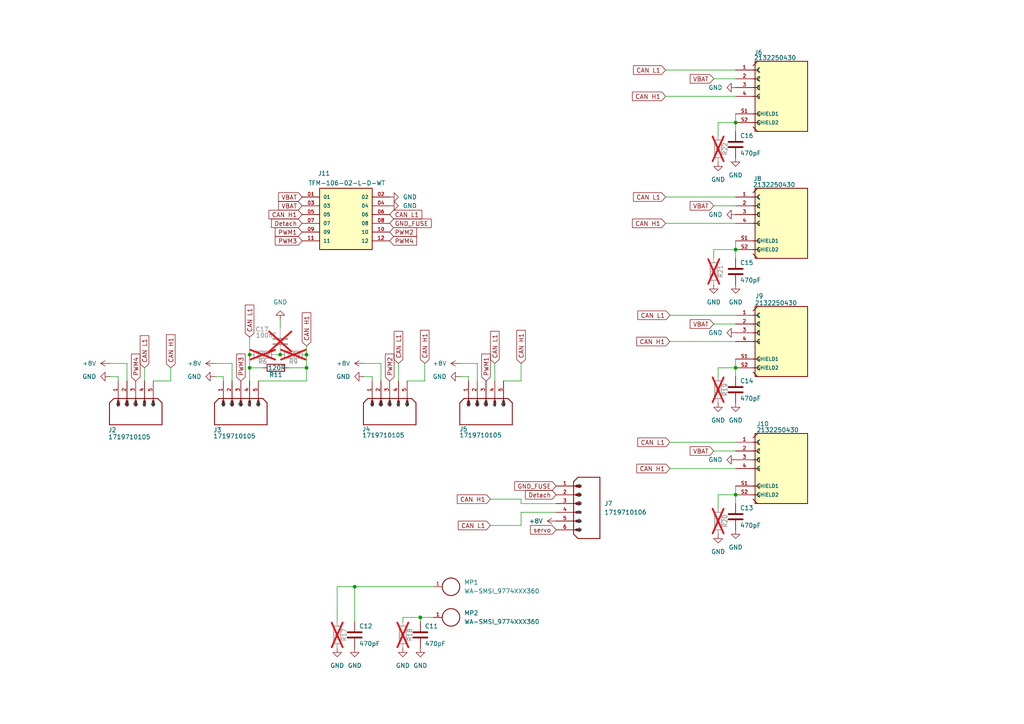
<source format=kicad_sch>
(kicad_sch (version 20231120) (generator "eeschema") (generator_version "8.0")
  (paper "A4")
  (title_block (title "PDB1.1") (date "2024-08-20") (rev "V1.1"))
  (lib_symbols
    (symbol "1719710105:1719710105" (pin_names (offset 1.016))
      (property "Reference" "J" (at 0 8.89 0))
      (property "Value" "1719710105" (at 0 -10.16 0))
      (symbol "1719710105_0_0"
        (polyline (pts (xy 0 -6.35) (xy 1.27 -7.62)) (stroke (width 0.254)))
        (polyline (pts (xy 0 -5.08) (xy 1.905 -5.08)) (stroke (width 0.254)))
        (polyline (pts (xy 0 -2.54) (xy 1.905 -2.54)) (stroke (width 0.254)))
        (polyline (pts (xy 0 0) (xy 1.905 0)) (stroke (width 0.254)))
        (polyline (pts (xy 0 2.54) (xy 1.905 2.54)) (stroke (width 0.254)))
        (polyline (pts (xy 0 5.08) (xy 0 -6.35)) (stroke (width 0.254)))
        (polyline (pts (xy 0 5.08) (xy 1.905 5.08)) (stroke (width 0.254)))
        (polyline (pts (xy 0 6.35) (xy 0 5.08)) (stroke (width 0.254)))
        (polyline (pts (xy 0 6.35) (xy 1.27 7.62)) (stroke (width 0.254)))
        (polyline (pts (xy 1.27 -7.62) (xy 7.62 -7.62)) (stroke (width 0.254)))
        (polyline (pts (xy 7.62 -7.62) (xy 7.62 7.62)) (stroke (width 0.254)))
        (polyline (pts (xy 7.62 7.62) (xy 1.27 7.62)) (stroke (width 0.254)))
        (rectangle (start 0.635 -5.3975) (end 2.2225 -4.7625) (stroke (width 0.1)) (fill (type outline)))
        (rectangle (start 0.635 -2.8575) (end 2.2225 -2.2225) (stroke (width 0.1)) (fill (type outline)))
        (rectangle (start 0.635 -0.3175) (end 2.2225 0.3175) (stroke (width 0.1)) (fill (type outline)))
        (rectangle (start 0.635 2.2225) (end 2.2225 2.8575) (stroke (width 0.1)) (fill (type outline)))
        (rectangle (start 0.635 4.7625) (end 2.2225 5.3975) (stroke (width 0.1)) (fill (type outline)))
        (pin passive line (at -5.08 5.08 0) (length 5.08) (name "1") (number "1"))
        (pin passive line (at -5.08 2.54 0) (length 5.08) (name "2") (number "2"))
        (pin passive line (at -5.08 0 0) (length 5.08) (name "3") (number "3"))
        (pin passive line (at -5.08 -2.54 0) (length 5.08) (name "4") (number "4"))
        (pin passive line (at -5.08 -5.08 0) (length 5.08) (name "5") (number "5"))
      )
    )
    (symbol "1719710106:1719710106" (pin_names (offset 1.016))
      (property "Reference" "J" (at 0 8.89 0))
      (property "Value" "1719710106" (at 0 -12.7 0))
      (symbol "1719710106_0_0"
        (polyline (pts (xy 0 -8.89) (xy 1.27 -10.16)) (stroke (width 0.254)))
        (polyline (pts (xy 0 -7.62) (xy 1.905 -7.62)) (stroke (width 0.254)))
        (polyline (pts (xy 0 -5.08) (xy 1.905 -5.08)) (stroke (width 0.254)))
        (polyline (pts (xy 0 -2.54) (xy 1.905 -2.54)) (stroke (width 0.254)))
        (polyline (pts (xy 0 0) (xy 1.905 0)) (stroke (width 0.254)))
        (polyline (pts (xy 0 2.54) (xy 1.905 2.54)) (stroke (width 0.254)))
        (polyline (pts (xy 0 5.08) (xy 0 -8.89)) (stroke (width 0.254)))
        (polyline (pts (xy 0 5.08) (xy 1.905 5.08)) (stroke (width 0.254)))
        (polyline (pts (xy 0 6.35) (xy 0 5.08)) (stroke (width 0.254)))
        (polyline (pts (xy 0 6.35) (xy 1.27 7.62)) (stroke (width 0.254)))
        (polyline (pts (xy 1.27 -10.16) (xy 7.62 -10.16)) (stroke (width 0.254)))
        (polyline (pts (xy 7.62 -10.16) (xy 7.62 7.62)) (stroke (width 0.254)))
        (polyline (pts (xy 7.62 7.62) (xy 1.27 7.62)) (stroke (width 0.254)))
        (rectangle (start 0.635 -7.9375) (end 2.2225 -7.3025) (stroke (width 0.1)) (fill (type outline)))
        (rectangle (start 0.635 -5.3975) (end 2.2225 -4.7625) (stroke (width 0.1)) (fill (type outline)))
        (rectangle (start 0.635 -2.8575) (end 2.2225 -2.2225) (stroke (width 0.1)) (fill (type outline)))
        (rectangle (start 0.635 -0.3175) (end 2.2225 0.3175) (stroke (width 0.1)) (fill (type outline)))
        (rectangle (start 0.635 2.2225) (end 2.2225 2.8575) (stroke (width 0.1)) (fill (type outline)))
        (rectangle (start 0.635 4.7625) (end 2.2225 5.3975) (stroke (width 0.1)) (fill (type outline)))
        (pin passive line (at -5.08 5.08 0) (length 5.08) (name "1") (number "1"))
        (pin passive line (at -5.08 2.54 0) (length 5.08) (name "2") (number "2"))
        (pin passive line (at -5.08 0 0) (length 5.08) (name "3") (number "3"))
        (pin passive line (at -5.08 -2.54 0) (length 5.08) (name "4") (number "4"))
        (pin passive line (at -5.08 -5.08 0) (length 5.08) (name "5") (number "5"))
        (pin passive line (at -5.08 -7.62 0) (length 5.08) (name "6") (number "6"))
      )
    )
    (symbol "2132250430:2132250430" (pin_names (offset 1.016))
      (property "Reference" "J" (at -7.62 11.43 0))
      (property "Value" "2132250430" (at -7.62 -12.7 0))
      (symbol "2132250430_0_0"
        (rectangle (start -8.1817 -10.16) (end 7.0583 10.16) (stroke (width 0.254)) (fill (type background)))
        (polyline (pts (xy 6.35 10.16) (xy 7.62 8.89)) (stroke (width 0.254)))
        (polyline (pts (xy 7.62 -8.89) (xy 6.35 -10.16)) (stroke (width 0.254)))
        (polyline (pts (xy 7.62 -7.62) (xy 6.35 -7.62)) (stroke (width 0.254)))
        (polyline (pts (xy 7.62 -5.08) (xy 6.35 -5.08)) (stroke (width 0.254)))
        (polyline (pts (xy 7.62 0) (xy 6.35 0)) (stroke (width 0.254)))
        (polyline (pts (xy 7.62 2.54) (xy 6.35 2.54)) (stroke (width 0.254)))
        (polyline (pts (xy 7.62 5.08) (xy 6.35 5.08)) (stroke (width 0.254)))
        (polyline (pts (xy 7.62 7.62) (xy 6.35 7.62)) (stroke (width 0.254)))
        (arc (start 5.715 -8.255) (mid 6.3472 -7.62) (end 5.715 -6.985) (stroke (width 0.254)))
        (arc (start 5.715 -5.715) (mid 6.3472 -5.08) (end 5.715 -4.445) (stroke (width 0.254)))
        (arc (start 5.715 -0.635) (mid 6.3472 0) (end 5.715 0.635) (stroke (width 0.254)))
        (arc (start 5.715 1.905) (mid 6.3472 2.54) (end 5.715 3.175) (stroke (width 0.254)))
        (arc (start 5.715 4.445) (mid 6.3472 5.08) (end 5.715 5.715) (stroke (width 0.254)))
        (arc (start 5.715 6.985) (mid 6.3472 7.62) (end 5.715 8.255) (stroke (width 0.254)))
        (pin passive line (at 12.7 7.62 180) (length 5.08) (name "1") (number "1"))
        (pin passive line (at 12.7 5.08 180) (length 5.08) (name "2") (number "2"))
        (pin passive line (at 12.7 2.54 180) (length 5.08) (name "3") (number "3"))
        (pin passive line (at 12.7 0 180) (length 5.08) (name "4") (number "4"))
        (pin passive line (at 12.7 -5.08 180) (length 5.08) (name "SHIELD1") (number "S1"))
        (pin passive line (at 12.7 -7.62 180) (length 5.08) (name "SHIELD2") (number "S2"))
      )
    )
    (symbol "9774120360R:WA-SMSI_9774XXX360" (pin_names (offset 1.016))
      (property "Reference" "MP" (at 0 3.556 0))
      (symbol "WA-SMSI_9774XXX360_0_0"
        (circle (center 0 0) (radius 2.54) (stroke (width 0.254)))
        (pin passive line (at -5.08 0 0) (length 2.54) (name "~") (number "1"))
      )
    )
    (symbol "Device:C" (pin_numbers hide) (pin_names (offset 0.254))
      (property "Reference" "C" (at 0.635 2.54 0))
      (property "Value" "C" (at 0.635 -2.54 0))
      (symbol "C_0_1"
        (polyline (pts (xy -2.032 -0.762) (xy 2.032 -0.762)) (stroke (width 0.508)))
        (polyline (pts (xy -2.032 0.762) (xy 2.032 0.762)) (stroke (width 0.508)))
      )
      (symbol "C_1_1"
        (pin passive line (at 0 3.81 270) (length 2.794) (name "~") (number "1"))
        (pin passive line (at 0 -3.81 90) (length 2.794) (name "~") (number "2"))
      )
    )
    (symbol "Device:R" (pin_numbers hide) (pin_names (offset 0))
      (property "Reference" "R" (at 2.032 0 90))
      (property "Value" "R" (at 0 0 90))
      (symbol "R_0_1"
        (rectangle (start -1.016 -2.54) (end 1.016 2.54) (stroke (width 0.254)))
      )
      (symbol "R_1_1"
        (pin passive line (at 0 3.81 270) (length 1.27) (name "~") (number "1"))
        (pin passive line (at 0 -3.81 90) (length 1.27) (name "~") (number "2"))
      )
    )
    (symbol "GND_1" (power) (pin_numbers hide) (pin_names (offset 0) hide)
      (property "Value" "GND" (at 0 -3.81 0))
      (symbol "GND_1_0_1"
        (polyline (pts (xy 0 0) (xy 0 -1.27) (xy 1.27 -1.27) (xy 0 -2.54) (xy -1.27 -1.27) (xy 0 -1.27)))
      )
      (symbol "GND_1_1_1"
        (pin power_in line (at 0 0 270) (length 0) (name "~") (number "1"))
      )
    )
    (symbol "TFM_106_02_L_D_WT (1):TFM-106-02-L-D-WT" (pin_names (offset 1.016))
      (property "Reference" "J" (at -8.12 8.736 0))
      (property "Value" "TFM-106-02-L-D-WT" (at -7.62 -12.7 0))
      (symbol "TFM-106-02-L-D-WT_0_0"
        (rectangle (start -7.62 -10.16) (end 7.62 7.62) (stroke (width 0.254)) (fill (type background)))
        (pin passive line (at -12.7 5.08 0) (length 5.08) (name "01") (number "01"))
        (pin passive line (at 12.7 5.08 180) (length 5.08) (name "02") (number "02"))
        (pin passive line (at -12.7 2.54 0) (length 5.08) (name "03") (number "03"))
        (pin passive line (at 12.7 2.54 180) (length 5.08) (name "04") (number "04"))
        (pin passive line (at -12.7 0 0) (length 5.08) (name "05") (number "05"))
        (pin passive line (at 12.7 0 180) (length 5.08) (name "06") (number "06"))
        (pin passive line (at -12.7 -2.54 0) (length 5.08) (name "07") (number "07"))
        (pin passive line (at 12.7 -2.54 180) (length 5.08) (name "08") (number "08"))
        (pin passive line (at -12.7 -5.08 0) (length 5.08) (name "09") (number "09"))
        (pin passive line (at 12.7 -5.08 180) (length 5.08) (name "10") (number "10"))
        (pin passive line (at -12.7 -7.62 0) (length 5.08) (name "11") (number "11"))
        (pin passive line (at 12.7 -7.62 180) (length 5.08) (name "12") (number "12"))
      )
    )
    (symbol "power:+8V" (power) (pin_numbers hide) (pin_names (offset 0) hide)
      (property "Value" "+8V" (at 0 3.556 0))
      (symbol "+8V_0_1"
        (polyline (pts (xy -0.762 1.27) (xy 0 2.54)))
        (polyline (pts (xy 0 0) (xy 0 2.54)))
        (polyline (pts (xy 0 2.54) (xy 0.762 1.27)))
      )
      (symbol "+8V_1_1"
        (pin power_in line (at 0 0 90) (length 0) (name "~") (number "1"))
      )
    )
  )
  (junction (at 88.9 102.87))
  (junction (at 72.39 106.68))
  (junction (at 88.9 106.68))
  (junction (at 213.36 106.68))
  (junction (at 102.87 170.18))
  (junction (at 213.36 35.56))
  (junction (at 81.28 102.87))
  (junction (at 213.36 72.39))
  (junction (at 72.39 102.87))
  (junction (at 121.92 179.07))
  (junction (at 213.36 143.51))
  (wire (pts (xy 88.9 110.49) (xy 74.93 110.49)))
  (wire (pts (xy 208.28 147.32) (xy 208.28 143.51)))
  (wire (pts (xy 72.39 102.87) (xy 72.39 106.68)))
  (wire (pts (xy 151.13 152.4) (xy 151.13 148.59)))
  (wire (pts (xy 49.53 110.49) (xy 44.45 110.49)))
  (wire (pts (xy 125.73 179.07) (xy 121.92 179.07)))
  (wire (pts (xy 97.79 170.18) (xy 102.87 170.18)))
  (wire (pts (xy 123.19 105.41) (xy 123.19 110.49)))
  (wire (pts (xy 151.13 144.78) (xy 151.13 146.05)))
  (wire (pts (xy 194.31 99.06) (xy 213.36 99.06)))
  (wire (pts (xy 110.49 105.41) (xy 110.49 110.49)))
  (wire (pts (xy 31.75 109.22) (xy 34.29 109.22)))
  (wire (pts (xy 151.13 146.05) (xy 161.29 146.05)))
  (wire (pts (xy 64.77 109.22) (xy 64.77 110.49)))
  (wire (pts (xy 76.2 106.68) (xy 72.39 106.68)))
  (wire (pts (xy 208.28 35.56) (xy 213.36 35.56)))
  (wire (pts (xy 193.04 57.15) (xy 213.36 57.15)))
  (wire (pts (xy 194.31 128.27) (xy 213.36 128.27)))
  (wire (pts (xy 133.35 105.41) (xy 138.43 105.41)))
  (wire (pts (xy 142.24 152.4) (xy 151.13 152.4)))
  (wire (pts (xy 102.87 170.18) (xy 102.87 180.34)))
  (wire (pts (xy 194.31 91.44) (xy 213.36 91.44)))
  (wire (pts (xy 80.01 102.87) (xy 81.28 102.87)))
  (wire (pts (xy 207.01 130.81) (xy 213.36 130.81)))
  (wire (pts (xy 207.01 22.86) (xy 213.36 22.86)))
  (wire (pts (xy 207.01 72.39) (xy 213.36 72.39)))
  (wire (pts (xy 88.9 106.68) (xy 88.9 110.49)))
  (wire (pts (xy 213.36 104.14) (xy 213.36 106.68)))
  (wire (pts (xy 207.01 59.69) (xy 213.36 59.69)))
  (wire (pts (xy 135.89 109.22) (xy 135.89 110.49)))
  (wire (pts (xy 116.84 180.34) (xy 116.84 179.07)))
  (wire (pts (xy 107.95 109.22) (xy 107.95 110.49)))
  (wire (pts (xy 193.04 64.77) (xy 213.36 64.77)))
  (wire (pts (xy 72.39 97.79) (xy 72.39 102.87)))
  (wire (pts (xy 88.9 100.33) (xy 88.9 102.87)))
  (wire (pts (xy 88.9 106.68) (xy 83.82 106.68)))
  (wire (pts (xy 213.36 35.56) (xy 213.36 38.1)))
  (wire (pts (xy 143.51 105.41) (xy 143.51 110.49)))
  (wire (pts (xy 88.9 102.87) (xy 88.9 106.68)))
  (wire (pts (xy 31.75 105.41) (xy 36.83 105.41)))
  (wire (pts (xy 194.31 135.89) (xy 213.36 135.89)))
  (wire (pts (xy 105.41 109.22) (xy 107.95 109.22)))
  (wire (pts (xy 62.23 105.41) (xy 67.31 105.41)))
  (wire (pts (xy 41.91 106.68) (xy 41.91 110.49)))
  (wire (pts (xy 142.24 144.78) (xy 151.13 144.78)))
  (wire (pts (xy 116.84 179.07) (xy 121.92 179.07)))
  (wire (pts (xy 207.01 74.93) (xy 207.01 72.39)))
  (wire (pts (xy 49.53 106.68) (xy 49.53 110.49)))
  (wire (pts (xy 151.13 105.41) (xy 151.13 110.49)))
  (wire (pts (xy 207.01 93.98) (xy 213.36 93.98)))
  (wire (pts (xy 102.87 170.18) (xy 125.73 170.18)))
  (wire (pts (xy 34.29 109.22) (xy 34.29 110.49)))
  (wire (pts (xy 213.36 33.02) (xy 213.36 35.56)))
  (wire (pts (xy 62.23 109.22) (xy 64.77 109.22)))
  (wire (pts (xy 213.36 72.39) (xy 213.36 74.93)))
  (wire (pts (xy 213.36 69.85) (xy 213.36 72.39)))
  (wire (pts (xy 208.28 109.22) (xy 208.28 106.68)))
  (wire (pts (xy 115.57 105.41) (xy 115.57 110.49)))
  (wire (pts (xy 121.92 179.07) (xy 121.92 180.34)))
  (wire (pts (xy 151.13 148.59) (xy 161.29 148.59)))
  (wire (pts (xy 36.83 105.41) (xy 36.83 110.49)))
  (wire (pts (xy 67.31 105.41) (xy 67.31 110.49)))
  (wire (pts (xy 81.28 92.71) (xy 81.28 95.25)))
  (wire (pts (xy 208.28 143.51) (xy 213.36 143.51)))
  (wire (pts (xy 138.43 105.41) (xy 138.43 110.49)))
  (wire (pts (xy 123.19 110.49) (xy 118.11 110.49)))
  (wire (pts (xy 133.35 109.22) (xy 135.89 109.22)))
  (wire (pts (xy 193.04 27.94) (xy 213.36 27.94)))
  (wire (pts (xy 213.36 106.68) (xy 213.36 109.22)))
  (wire (pts (xy 208.28 39.37) (xy 208.28 35.56)))
  (wire (pts (xy 208.28 106.68) (xy 213.36 106.68)))
  (wire (pts (xy 213.36 140.97) (xy 213.36 143.51)))
  (wire (pts (xy 105.41 105.41) (xy 110.49 105.41)))
  (wire (pts (xy 213.36 143.51) (xy 213.36 146.05)))
  (wire (pts (xy 151.13 110.49) (xy 146.05 110.49)))
  (wire (pts (xy 72.39 106.68) (xy 72.39 110.49)))
  (wire (pts (xy 193.04 20.32) (xy 213.36 20.32)))
  (wire (pts (xy 97.79 180.34) (xy 97.79 170.18)))
  (global_label "CAN H1" (shape input) (at 49.53 106.68 90) (property "Intersheetrefs" "${INTERSHEET_REFS}" (effects (hide yes))))
  (global_label "PWM2" (shape input) (at 113.03 67.31 0) (property "Intersheetrefs" "${INTERSHEET_REFS}" (effects (hide yes))))
  (global_label "VBAT" (shape input) (at 207.01 59.69 180) (property "Intersheetrefs" "${INTERSHEET_REFS}" (effects (hide yes))))
  (global_label "CAN H1" (shape input) (at 88.9 100.33 90) (property "Intersheetrefs" "${INTERSHEET_REFS}" (effects (hide yes))))
  (global_label "CAN H1" (shape input) (at 193.04 64.77 180) (property "Intersheetrefs" "${INTERSHEET_REFS}" (effects (hide yes))))
  (global_label "CAN L1" (shape input) (at 193.04 20.32 180) (property "Intersheetrefs" "${INTERSHEET_REFS}" (effects (hide yes))))
  (global_label "VBAT" (shape input) (at 87.63 57.15 180) (property "Intersheetrefs" "${INTERSHEET_REFS}" (effects (hide yes))))
  (global_label "VBAT" (shape input) (at 207.01 22.86 180) (property "Intersheetrefs" "${INTERSHEET_REFS}" (effects (hide yes))))
  (global_label "CAN L1" (shape input) (at 194.31 128.27 180) (property "Intersheetrefs" "${INTERSHEET_REFS}" (effects (hide yes))))
  (global_label "CAN H1" (shape input) (at 87.63 62.23 180) (property "Intersheetrefs" "${INTERSHEET_REFS}" (effects (hide yes))))
  (global_label "CAN H1" (shape input) (at 142.24 144.78 180) (property "Intersheetrefs" "${INTERSHEET_REFS}" (effects (hide yes))))
  (global_label "PWM3" (shape input) (at 87.63 69.85 180) (property "Intersheetrefs" "${INTERSHEET_REFS}" (effects (hide yes))))
  (global_label "PWM2" (shape input) (at 113.03 110.49 90) (property "Intersheetrefs" "${INTERSHEET_REFS}" (effects (hide yes))))
  (global_label "VBAT" (shape input) (at 207.01 130.81 180) (property "Intersheetrefs" "${INTERSHEET_REFS}" (effects (hide yes))))
  (global_label "VBAT" (shape input) (at 207.01 93.98 180) (property "Intersheetrefs" "${INTERSHEET_REFS}" (effects (hide yes))))
  (global_label "CAN L1" (shape input) (at 115.57 105.41 90) (property "Intersheetrefs" "${INTERSHEET_REFS}" (effects (hide yes))))
  (global_label "CAN L1" (shape input) (at 143.51 105.41 90) (property "Intersheetrefs" "${INTERSHEET_REFS}" (effects (hide yes))))
  (global_label "CAN H1" (shape input) (at 193.04 27.94 180) (property "Intersheetrefs" "${INTERSHEET_REFS}" (effects (hide yes))))
  (global_label "Detach" (shape input) (at 161.29 143.51 180) (property "Intersheetrefs" "${INTERSHEET_REFS}" (effects (hide yes))))
  (global_label "CAN L1" (shape input) (at 41.91 106.68 90) (property "Intersheetrefs" "${INTERSHEET_REFS}" (effects (hide yes))))
  (global_label "Detach" (shape input) (at 87.63 64.77 180) (property "Intersheetrefs" "${INTERSHEET_REFS}" (effects (hide yes))))
  (global_label "GND_FUSE" (shape input) (at 161.29 140.97 180) (property "Intersheetrefs" "${INTERSHEET_REFS}" (effects (hide yes))))
  (global_label "CAN H1" (shape input) (at 194.31 99.06 180) (property "Intersheetrefs" "${INTERSHEET_REFS}" (effects (hide yes))))
  (global_label "servo" (shape input) (at 161.29 153.67 180) (property "Intersheetrefs" "${INTERSHEET_REFS}" (effects (hide yes))))
  (global_label "CAN L1" (shape input) (at 194.31 91.44 180) (property "Intersheetrefs" "${INTERSHEET_REFS}" (effects (hide yes))))
  (global_label "CAN L1" (shape input) (at 113.03 62.23 0) (property "Intersheetrefs" "${INTERSHEET_REFS}" (effects (hide yes))))
  (global_label "PWM4" (shape input) (at 113.03 69.85 0) (property "Intersheetrefs" "${INTERSHEET_REFS}" (effects (hide yes))))
  (global_label "GND_FUSE" (shape input) (at 113.03 64.77 0) (property "Intersheetrefs" "${INTERSHEET_REFS}" (effects (hide yes))))
  (global_label "PWM3" (shape input) (at 69.85 110.49 90) (property "Intersheetrefs" "${INTERSHEET_REFS}" (effects (hide yes))))
  (global_label "CAN L1" (shape input) (at 193.04 57.15 180) (property "Intersheetrefs" "${INTERSHEET_REFS}" (effects (hide yes))))
  (global_label "PWM4" (shape input) (at 39.37 110.49 90) (property "Intersheetrefs" "${INTERSHEET_REFS}" (effects (hide yes))))
  (global_label "CAN H1" (shape input) (at 123.19 105.41 90) (property "Intersheetrefs" "${INTERSHEET_REFS}" (effects (hide yes))))
  (global_label "PWM1" (shape input) (at 140.97 110.49 90) (property "Intersheetrefs" "${INTERSHEET_REFS}" (effects (hide yes))))
  (global_label "CAN H1" (shape input) (at 151.13 105.41 90) (property "Intersheetrefs" "${INTERSHEET_REFS}" (effects (hide yes))))
  (global_label "CAN H1" (shape input) (at 194.31 135.89 180) (property "Intersheetrefs" "${INTERSHEET_REFS}" (effects (hide yes))))
  (global_label "VBAT" (shape input) (at 87.63 59.69 180) (property "Intersheetrefs" "${INTERSHEET_REFS}" (effects (hide yes))))
  (global_label "CAN L1" (shape input) (at 72.39 97.79 90) (property "Intersheetrefs" "${INTERSHEET_REFS}" (effects (hide yes))))
  (global_label "CAN L1" (shape input) (at 142.24 152.4 180) (property "Intersheetrefs" "${INTERSHEET_REFS}" (effects (hide yes))))
  (global_label "PWM1" (shape input) (at 87.63 67.31 180) (property "Intersheetrefs" "${INTERSHEET_REFS}" (effects (hide yes))))
  (symbol (lib_id "power:+8V") (at 62.23 105.41 90) (unit 1)
    (property "Reference" "#PWR037" (effects (hide yes)))
    (property "Value" "+8V" (at 58.42 105.4099 90) (effects (justify left)))
    (property "Description" "Power symbol creates a global label with name \"+8V\"" (effects (hide yes)))
  )
  (symbol (lib_name "GND_1") (lib_id "power:GND") (at 208.28 46.99 0) (unit 1)
    (property "Reference" "#PWR043" (effects (hide yes)))
    (property "Value" "GND" (at 208.28 52.07 0))
    (property "Description" "Power symbol creates a global label with name \"GND\" , ground" (effects (hide yes)))
  )
  (symbol (lib_name "GND_1") (lib_id "power:GND") (at 113.03 57.15 90) (unit 1)
    (property "Reference" "#PWR023" (effects (hide yes)))
    (property "Value" "GND" (at 116.84 57.1499 90) (effects (justify right)))
    (property "Description" "Power symbol creates a global label with name \"GND\" , ground" (effects (hide yes)))
  )
  (symbol (lib_name "GND_1") (lib_id "power:GND") (at 121.92 187.96 0) (unit 1)
    (property "Reference" "#PWR07" (effects (hide yes)))
    (property "Value" "GND" (at 121.92 193.04 0))
    (property "Description" "Power symbol creates a global label with name \"GND\" , ground" (effects (hide yes)))
  )
  (symbol (lib_id "Device:R") (at 207.01 78.74 0) (unit 1) (dnp yes)
    (property "Reference" "R21" (at 209.042 78.74 90))
    (property "Value" "2M" (at 207.01 78.994 90))
    (property "Footprint" "Capacitor_SMD:C_1206_3216Metric" (effects (hide yes)))
    (property "Datasheet" "https://wmsc.lcsc.com/wmsc/upload/file/pdf/v2/lcsc/2206010030_UNI-ROYAL-Uniroyal-Elec-1206W4F2004T5E_C26120.pdf" (effects (hide yes)))
    (property "Description" "250mW Thick Film Resistors 200V ±100ppm/℃ ±1% 2MΩ 1206  Chip Resistor - Surface Mount ROHS" (effects (hide yes)))
    (property "MANUFACTURER" "UNI-ROYAL(Uniroyal Elec)" (effects (hide yes)))
    (property "PART NUMBER" "1206W4F2004T5E" (effects (hide yes)))
    (property "ALTIUM_VALUE" "100k" (effects (hide yes)))
  )
  (symbol (lib_id "2132250430:2132250430") (at 226.06 135.89 0) (mirror y) (unit 1)
    (property "Reference" "J10" (at 221.234 122.936 0))
    (property "Value" "2132250430" (at 225.552 124.714 0))
    (property "Footprint" "2132250430:MOLEX_2132250430" (effects (hide yes)))
    (property "PARTREV" "D" (effects (hide yes)))
    (property "STANDARD" "Manufacturer Recommendations" (effects (hide yes)))
    (property "MAXIMUM_PACKAGE_HEIGHT" "7.3 mm" (effects (hide yes)))
    (property "MANUFACTURER" "Molex" (effects (hide yes)))
  )
  (symbol (lib_id "Device:R") (at 208.28 43.18 0) (unit 1) (dnp yes)
    (property "Reference" "R22" (at 210.312 43.18 90))
    (property "Value" "2M" (at 208.28 43.434 90))
    (property "Footprint" "Capacitor_SMD:C_1206_3216Metric" (effects (hide yes)))
    (property "Datasheet" "https://wmsc.lcsc.com/wmsc/upload/file/pdf/v2/lcsc/2206010030_UNI-ROYAL-Uniroyal-Elec-1206W4F2004T5E_C26120.pdf" (effects (hide yes)))
    (property "Description" "250mW Thick Film Resistors 200V ±100ppm/℃ ±1% 2MΩ 1206  Chip Resistor - Surface Mount ROHS" (effects (hide yes)))
    (property "MANUFACTURER" "UNI-ROYAL(Uniroyal Elec)" (effects (hide yes)))
    (property "PART NUMBER" "1206W4F2004T5E" (effects (hide yes)))
    (property "ALTIUM_VALUE" "100k" (effects (hide yes)))
  )
  (symbol (lib_id "9774120360R:WA-SMSI_9774XXX360") (at 130.81 170.18 0) (unit 1)
    (property "Reference" "MP1" (at 134.62 168.9099 0) (effects (justify left)))
    (property "Value" "WA-SMSI_9774XXX360" (at 134.62 171.4499 0) (effects (justify left)))
    (property "Footprint" "9774120360R:WA-SMSI_9774120360" (effects (hide yes)))
    (property "THREAD" "M3" (effects (hide yes)))
    (property "INNER-DIAMETER" "4.2mm" (effects (hide yes)))
    (property "PIN-LENGTH" "12mm" (effects (hide yes)))
    (property "INNER-THREAD-LENGTH" "-" (effects (hide yes)))
    (property "VALUE" "M3 x 12mm" (effects (hide yes)))
    (property "DATASHEET-URL" "https://www.we-online.com/catalog/datasheet/9774120360R.pdf" (effects (hide yes)))
    (property "PART-NUMBER" "9774120360R" (effects (hide yes)))
    (property "OUTER-DIAMETER" "6mm" (effects (hide yes)))
  )
  (symbol (lib_name "GND_1") (lib_id "power:GND") (at 207.01 82.55 0) (unit 1)
    (property "Reference" "#PWR044" (effects (hide yes)))
    (property "Value" "GND" (at 207.01 87.63 0))
    (property "Description" "Power symbol creates a global label with name \"GND\" , ground" (effects (hide yes)))
  )
  (symbol (lib_id "Device:C") (at 213.36 41.91 0) (unit 1)
    (property "Reference" "C16" (at 214.63 39.37 0) (effects (justify left)))
    (property "Value" "470pF" (at 214.63 44.45 0) (effects (justify left)))
    (property "Footprint" "Capacitor_SMD:C_1206_3216Metric" (effects (hide yes)))
    (property "Datasheet" "https://wmsc.lcsc.com/wmsc/upload/file/pdf/v2/lcsc/2208181800_FOJAN-FCC1206B471K102DT_C5137622.pdf" (effects (hide yes)))
    (property "Description" "1kV 470pF X7R ±10% 1206  Multilayer Ceramic Capacitors MLCC - SMD/SMT ROHS" (effects (hide yes)))
    (property "Part" "FCC1206B471K102DT" (effects (hide yes)))
  )
  (symbol (lib_id "Device:C") (at 121.92 184.15 0) (unit 1)
    (property "Reference" "C11" (at 123.19 181.61 0) (effects (justify left)))
    (property "Value" "470pF" (at 123.19 186.69 0) (effects (justify left)))
    (property "Footprint" "Capacitor_SMD:C_1206_3216Metric" (effects (hide yes)))
    (property "Datasheet" "https://wmsc.lcsc.com/wmsc/upload/file/pdf/v2/lcsc/2208181800_FOJAN-FCC1206B471K102DT_C5137622.pdf" (effects (hide yes)))
    (property "Description" "1kV 470pF X7R ±10% 1206  Multilayer Ceramic Capacitors MLCC - SMD/SMT ROHS" (effects (hide yes)))
    (property "Part" "FCC1206B471K102DT" (effects (hide yes)))
  )
  (symbol (lib_name "GND_1") (lib_id "power:GND") (at 208.28 116.84 0) (unit 1)
    (property "Reference" "#PWR046" (effects (hide yes)))
    (property "Value" "GND" (at 208.28 121.92 0))
    (property "Description" "Power symbol creates a global label with name \"GND\" , ground" (effects (hide yes)))
  )
  (symbol (lib_id "Device:R") (at 80.01 106.68 270) (unit 1)
    (property "Reference" "R11" (at 80.01 108.712 90))
    (property "Value" "120R" (at 80.264 106.68 90))
    (property "Footprint" "Resistor_SMD:R_0402_1005Metric" (effects (hide yes)))
    (property "Datasheet" "https://wmsc.lcsc.com/wmsc/upload/file/pdf/v2/lcsc/2205311900_UNI-ROYAL-Uniroyal-Elec-0402WGF1200TCE_C25079.pdf" (effects (hide yes)))
    (property "Description" "62.5mW Thick Film Resistors 50V ±100ppm/℃ ±1% 120Ω 0402  Chip Resistor - Surface Mount ROHS" (effects (hide yes)))
    (property "MANUFACTURER" "UNI-ROYAL(Uniroyal Elec)" (effects (hide yes)))
    (property "PART NUMBER" "0402WGF1200TCE" (effects (hide yes)))
    (property "ALTIUM_VALUE" "100k" (effects (hide yes)))
  )
  (symbol (lib_name "GND_1") (lib_id "power:GND") (at 97.79 187.96 0) (unit 1)
    (property "Reference" "#PWR032" (effects (hide yes)))
    (property "Value" "GND" (at 97.79 193.04 0))
    (property "Description" "Power symbol creates a global label with name \"GND\" , ground" (effects (hide yes)))
  )
  (symbol (lib_id "power:+8V") (at 133.35 105.41 90) (unit 1)
    (property "Reference" "#PWR035" (effects (hide yes)))
    (property "Value" "+8V" (at 129.54 105.4099 90) (effects (justify left)))
    (property "Description" "Power symbol creates a global label with name \"+8V\"" (effects (hide yes)))
  )
  (symbol (lib_id "power:+8V") (at 105.41 105.41 90) (unit 1)
    (property "Reference" "#PWR036" (effects (hide yes)))
    (property "Value" "+8V" (at 101.6 105.4099 90) (effects (justify left)))
    (property "Description" "Power symbol creates a global label with name \"+8V\"" (effects (hide yes)))
  )
  (symbol (lib_id "1719710105:1719710105") (at 69.85 115.57 90) (mirror x) (unit 1)
    (property "Reference" "J3" (at 64.262 124.714 90) (effects (justify left)))
    (property "Value" "1719710105" (at 74.168 126.492 90) (effects (justify left)))
    (property "Footprint" "1719710105:MOLEX_1719710105" (effects (hide yes)))
    (property "PARTREV" "C1" (effects (hide yes)))
    (property "STANDARD" "Manufacturer Recommendations" (effects (hide yes)))
    (property "MAXIMUM_PACKAGE_HEIGHT" "11.8 mm" (effects (hide yes)))
    (property "MANUFACTURER" "Molex" (effects (hide yes)))
  )
  (symbol (lib_id "2132250430:2132250430") (at 226.06 64.77 0) (mirror y) (unit 1)
    (property "Reference" "J8" (at 219.71 51.816 0))
    (property "Value" "2132250430" (at 224.536 53.594 0))
    (property "Footprint" "2132250430:MOLEX_2132250430" (effects (hide yes)))
    (property "PARTREV" "D" (effects (hide yes)))
    (property "STANDARD" "Manufacturer Recommendations" (effects (hide yes)))
    (property "MAXIMUM_PACKAGE_HEIGHT" "7.3 mm" (effects (hide yes)))
    (property "MANUFACTURER" "Molex" (effects (hide yes)))
  )
  (symbol (lib_name "GND_1") (lib_id "power:GND") (at 62.23 109.22 270) (unit 1)
    (property "Reference" "#PWR041" (effects (hide yes)))
    (property "Value" "GND" (at 58.42 109.2199 90) (effects (justify right)))
    (property "Description" "Power symbol creates a global label with name \"GND\" , ground" (effects (hide yes)))
  )
  (symbol (lib_name "GND_1") (lib_id "power:GND") (at 81.28 92.71 180) (unit 1)
    (property "Reference" "#PWR049" (effects (hide yes)))
    (property "Value" "GND" (at 81.28 87.63 0))
    (property "Description" "Power symbol creates a global label with name \"GND\" , ground" (effects (hide yes)))
  )
  (symbol (lib_name "GND_1") (lib_id "power:GND") (at 213.36 133.35 270) (unit 1)
    (property "Reference" "#PWR031" (effects (hide yes)))
    (property "Value" "GND" (at 209.55 133.3499 90) (effects (justify right)))
    (property "Description" "Power symbol creates a global label with name \"GND\" , ground" (effects (hide yes)))
  )
  (symbol (lib_id "1719710106:1719710106") (at 166.37 146.05 0) (unit 1)
    (property "Reference" "J7" (at 175.26 146.0499 0) (effects (justify left)))
    (property "Value" "1719710106" (at 175.26 148.5899 0) (effects (justify left)))
    (property "Footprint" "1719710106:MOLEX_1719710106" (effects (hide yes)))
    (property "PARTREV" "C1" (effects (hide yes)))
    (property "STANDARD" "Manufacturer Recommendations" (effects (hide yes)))
    (property "MAXIMUM_PACKAGE_HEIGHT" "11.8 mm" (effects (hide yes)))
    (property "MANUFACTURER" "Molex" (effects (hide yes)))
  )
  (symbol (lib_id "2132250430:2132250430") (at 226.06 99.06 0) (mirror y) (unit 1)
    (property "Reference" "J9" (at 220.218 85.852 0))
    (property "Value" "2132250430" (at 225.044 87.884 0))
    (property "Footprint" "2132250430:MOLEX_2132250430" (effects (hide yes)))
    (property "PARTREV" "D" (effects (hide yes)))
    (property "STANDARD" "Manufacturer Recommendations" (effects (hide yes)))
    (property "MAXIMUM_PACKAGE_HEIGHT" "7.3 mm" (effects (hide yes)))
    (property "MANUFACTURER" "Molex" (effects (hide yes)))
  )
  (symbol (lib_id "power:+8V") (at 161.29 151.13 90) (unit 1)
    (property "Reference" "#PWR033" (effects (hide yes)))
    (property "Value" "+8V" (at 157.48 151.1299 90) (effects (justify left)))
    (property "Description" "Power symbol creates a global label with name \"+8V\"" (effects (hide yes)))
  )
  (symbol (lib_id "Device:C") (at 213.36 113.03 0) (unit 1)
    (property "Reference" "C14" (at 214.63 110.49 0) (effects (justify left)))
    (property "Value" "470pF" (at 214.63 115.57 0) (effects (justify left)))
    (property "Footprint" "Capacitor_SMD:C_1206_3216Metric" (effects (hide yes)))
    (property "Datasheet" "https://wmsc.lcsc.com/wmsc/upload/file/pdf/v2/lcsc/2208181800_FOJAN-FCC1206B471K102DT_C5137622.pdf" (effects (hide yes)))
    (property "Description" "1kV 470pF X7R ±10% 1206  Multilayer Ceramic Capacitors MLCC - SMD/SMT ROHS" (effects (hide yes)))
    (property "Part" "FCC1206B471K102DT" (effects (hide yes)))
  )
  (symbol (lib_name "GND_1") (lib_id "power:GND") (at 113.03 59.69 90) (unit 1)
    (property "Reference" "#PWR025" (effects (hide yes)))
    (property "Value" "GND" (at 116.84 59.6899 90) (effects (justify right)))
    (property "Description" "Power symbol creates a global label with name \"GND\" , ground" (effects (hide yes)))
  )
  (symbol (lib_id "Device:R") (at 97.79 184.15 0) (unit 1) (dnp yes)
    (property "Reference" "R17" (at 99.822 184.15 90))
    (property "Value" "2M" (at 97.79 184.404 90))
    (property "Footprint" "Capacitor_SMD:C_1206_3216Metric" (effects (hide yes)))
    (property "Datasheet" "https://wmsc.lcsc.com/wmsc/upload/file/pdf/v2/lcsc/2206010030_UNI-ROYAL-Uniroyal-Elec-1206W4F2004T5E_C26120.pdf" (effects (hide yes)))
    (property "Description" "250mW Thick Film Resistors 200V ±100ppm/℃ ±1% 2MΩ 1206  Chip Resistor - Surface Mount ROHS" (effects (hide yes)))
    (property "MANUFACTURER" "UNI-ROYAL(Uniroyal Elec)" (effects (hide yes)))
    (property "PART NUMBER" "1206W4F2004T5E" (effects (hide yes)))
    (property "ALTIUM_VALUE" "100k" (effects (hide yes)))
  )
  (symbol (lib_id "1719710105:1719710105") (at 39.37 115.57 90) (mirror x) (unit 1)
    (property "Reference" "J2" (at 33.782 124.714 90) (effects (justify left)))
    (property "Value" "1719710105" (at 43.688 126.746 90) (effects (justify left)))
    (property "Footprint" "1719710105:MOLEX_1719710105" (effects (hide yes)))
    (property "PARTREV" "C1" (effects (hide yes)))
    (property "STANDARD" "Manufacturer Recommendations" (effects (hide yes)))
    (property "MAXIMUM_PACKAGE_HEIGHT" "11.8 mm" (effects (hide yes)))
    (property "MANUFACTURER" "Molex" (effects (hide yes)))
  )
  (symbol (lib_id "Device:C") (at 81.28 99.06 180) (unit 1) (dnp yes)
    (property "Reference" "C17" (at 77.978 95.504 0) (effects (justify left)))
    (property "Value" "100nF" (at 80.264 97.282 0) (effects (justify left)))
    (property "Footprint" "Capacitor_SMD:C_0201_0603Metric" (effects (hide yes)))
    (property "Datasheet" "https://wmsc.lcsc.com/wmsc/upload/file/pdf/v2/lcsc/2304140030_Samsung-Electro-Mechanics-CL32A107MPVNNNE_C23742.pdf" (effects (hide yes)))
    (property "Description" "10V 100uF X5R ±20% 1210  Multilayer Ceramic Capacitors MLCC - SMD/SMT ROHS" (effects (hide yes)))
    (property "Part" "CL32A107MPVNNNE" (effects (hide yes)))
  )
  (symbol (lib_id "1719710105:1719710105") (at 113.03 115.57 90) (mirror x) (unit 1)
    (property "Reference" "J4" (at 107.442 124.46 90) (effects (justify left)))
    (property "Value" "1719710105" (at 117.348 126.238 90) (effects (justify left)))
    (property "Footprint" "1719710105:MOLEX_1719710105" (effects (hide yes)))
    (property "PARTREV" "C1" (effects (hide yes)))
    (property "STANDARD" "Manufacturer Recommendations" (effects (hide yes)))
    (property "MAXIMUM_PACKAGE_HEIGHT" "11.8 mm" (effects (hide yes)))
    (property "MANUFACTURER" "Molex" (effects (hide yes)))
  )
  (symbol (lib_id "1719710105:1719710105") (at 140.97 115.57 90) (mirror x) (unit 1)
    (property "Reference" "J5" (at 135.636 124.46 90) (effects (justify left)))
    (property "Value" "1719710105" (at 145.542 126.238 90) (effects (justify left)))
    (property "Footprint" "1719710105:MOLEX_1719710105" (effects (hide yes)))
    (property "PARTREV" "C1" (effects (hide yes)))
    (property "STANDARD" "Manufacturer Recommendations" (effects (hide yes)))
    (property "MAXIMUM_PACKAGE_HEIGHT" "11.8 mm" (effects (hide yes)))
    (property "MANUFACTURER" "Molex" (effects (hide yes)))
  )
  (symbol (lib_id "Device:R") (at 76.2 102.87 270) (unit 1) (dnp yes)
    (property "Reference" "R6" (at 76.2 104.902 90))
    (property "Value" "60R" (at 76.454 102.87 90))
    (property "Footprint" "Resistor_SMD:R_0402_1005Metric" (effects (hide yes)))
    (property "Datasheet" "https://wmsc.lcsc.com/wmsc/upload/file/pdf/v2/lcsc/2205311900_UNI-ROYAL-Uniroyal-Elec-0402WGF1200TCE_C25079.pdf" (effects (hide yes)))
    (property "Description" "62.5mW Thick Film Resistors 50V ±100ppm/℃ ±1% 120Ω 0402  Chip Resistor - Surface Mount ROHS" (effects (hide yes)))
    (property "MANUFACTURER" "UNI-ROYAL(Uniroyal Elec)" (effects (hide yes)))
    (property "PART NUMBER" "CS02W8J060LTCE" (effects (hide yes)))
    (property "ALTIUM_VALUE" "100k" (effects (hide yes)))
  )
  (symbol (lib_name "GND_1") (lib_id "power:GND") (at 102.87 187.96 0) (unit 1)
    (property "Reference" "#PWR09" (effects (hide yes)))
    (property "Value" "GND" (at 102.87 193.04 0))
    (property "Description" "Power symbol creates a global label with name \"GND\" , ground" (effects (hide yes)))
  )
  (symbol (lib_name "GND_1") (lib_id "power:GND") (at 213.36 62.23 270) (unit 1)
    (property "Reference" "#PWR026" (effects (hide yes)))
    (property "Value" "GND" (at 209.55 62.2299 90) (effects (justify right)))
    (property "Description" "Power symbol creates a global label with name \"GND\" , ground" (effects (hide yes)))
  )
  (symbol (lib_name "GND_1") (lib_id "power:GND") (at 213.36 96.52 270) (unit 1)
    (property "Reference" "#PWR029" (effects (hide yes)))
    (property "Value" "GND" (at 209.55 96.5199 90) (effects (justify right)))
    (property "Description" "Power symbol creates a global label with name \"GND\" , ground" (effects (hide yes)))
  )
  (symbol (lib_name "GND_1") (lib_id "power:GND") (at 116.84 187.96 0) (unit 1)
    (property "Reference" "#PWR034" (effects (hide yes)))
    (property "Value" "GND" (at 116.84 193.04 0))
    (property "Description" "Power symbol creates a global label with name \"GND\" , ground" (effects (hide yes)))
  )
  (symbol (lib_name "GND_1") (lib_id "power:GND") (at 105.41 109.22 270) (unit 1)
    (property "Reference" "#PWR040" (effects (hide yes)))
    (property "Value" "GND" (at 101.6 109.2199 90) (effects (justify right)))
    (property "Description" "Power symbol creates a global label with name \"GND\" , ground" (effects (hide yes)))
  )
  (symbol (lib_name "GND_1") (lib_id "power:GND") (at 31.75 109.22 270) (unit 1)
    (property "Reference" "#PWR042" (effects (hide yes)))
    (property "Value" "GND" (at 27.94 109.2199 90) (effects (justify right)))
    (property "Description" "Power symbol creates a global label with name \"GND\" , ground" (effects (hide yes)))
  )
  (symbol (lib_id "2132250430:2132250430") (at 226.06 27.94 0) (mirror y) (unit 1)
    (property "Reference" "J6" (at 219.964 15.24 0))
    (property "Value" "2132250430" (at 224.79 16.764 0))
    (property "Footprint" "2132250430:MOLEX_2132250430" (effects (hide yes)))
    (property "PARTREV" "D" (effects (hide yes)))
    (property "STANDARD" "Manufacturer Recommendations" (effects (hide yes)))
    (property "MAXIMUM_PACKAGE_HEIGHT" "7.3 mm" (effects (hide yes)))
    (property "MANUFACTURER" "Molex" (effects (hide yes)))
  )
  (symbol (lib_id "Device:R") (at 208.28 113.03 0) (unit 1) (dnp yes)
    (property "Reference" "R19" (at 210.312 113.03 90))
    (property "Value" "2M" (at 208.28 113.284 90))
    (property "Footprint" "Capacitor_SMD:C_1206_3216Metric" (effects (hide yes)))
    (property "Datasheet" "https://wmsc.lcsc.com/wmsc/upload/file/pdf/v2/lcsc/2206010030_UNI-ROYAL-Uniroyal-Elec-1206W4F2004T5E_C26120.pdf" (effects (hide yes)))
    (property "Description" "250mW Thick Film Resistors 200V ±100ppm/℃ ±1% 2MΩ 1206  Chip Resistor - Surface Mount ROHS" (effects (hide yes)))
    (property "MANUFACTURER" "UNI-ROYAL(Uniroyal Elec)" (effects (hide yes)))
    (property "PART NUMBER" "1206W4F2004T5E" (effects (hide yes)))
    (property "ALTIUM_VALUE" "100k" (effects (hide yes)))
  )
  (symbol (lib_id "9774120360R:WA-SMSI_9774XXX360") (at 130.81 179.07 0) (unit 1)
    (property "Reference" "MP2" (at 134.62 177.7999 0) (effects (justify left)))
    (property "Value" "WA-SMSI_9774XXX360" (at 134.62 180.3399 0) (effects (justify left)))
    (property "Footprint" "9774120360R:WA-SMSI_9774120360" (effects (hide yes)))
    (property "THREAD" "M3" (effects (hide yes)))
    (property "INNER-DIAMETER" "4.2mm" (effects (hide yes)))
    (property "PIN-LENGTH" "12mm" (effects (hide yes)))
    (property "INNER-THREAD-LENGTH" "-" (effects (hide yes)))
    (property "VALUE" "M3 x 12mm" (effects (hide yes)))
    (property "DATASHEET-URL" "https://www.we-online.com/catalog/datasheet/9774120360R.pdf" (effects (hide yes)))
    (property "PART-NUMBER" "9774120360R" (effects (hide yes)))
    (property "OUTER-DIAMETER" "6mm" (effects (hide yes)))
  )
  (symbol (lib_name "GND_1") (lib_id "power:GND") (at 133.35 109.22 270) (unit 1)
    (property "Reference" "#PWR039" (effects (hide yes)))
    (property "Value" "GND" (at 129.54 109.2199 90) (effects (justify right)))
    (property "Description" "Power symbol creates a global label with name \"GND\" , ground" (effects (hide yes)))
  )
  (symbol (lib_id "Device:R") (at 208.28 151.13 0) (unit 1) (dnp yes)
    (property "Reference" "R20" (at 210.312 151.13 90))
    (property "Value" "2M" (at 208.28 151.384 90))
    (property "Footprint" "Capacitor_SMD:C_1206_3216Metric" (effects (hide yes)))
    (property "Datasheet" "https://wmsc.lcsc.com/wmsc/upload/file/pdf/v2/lcsc/2206010030_UNI-ROYAL-Uniroyal-Elec-1206W4F2004T5E_C26120.pdf" (effects (hide yes)))
    (property "Description" "250mW Thick Film Resistors 200V ±100ppm/℃ ±1% 2MΩ 1206  Chip Resistor - Surface Mount ROHS" (effects (hide yes)))
    (property "MANUFACTURER" "UNI-ROYAL(Uniroyal Elec)" (effects (hide yes)))
    (property "PART NUMBER" "1206W4F2004T5E" (effects (hide yes)))
    (property "ALTIUM_VALUE" "100k" (effects (hide yes)))
  )
  (symbol (lib_id "Device:C") (at 102.87 184.15 0) (unit 1)
    (property "Reference" "C12" (at 104.14 181.61 0) (effects (justify left)))
    (property "Value" "470pF" (at 104.14 186.69 0) (effects (justify left)))
    (property "Footprint" "Capacitor_SMD:C_1206_3216Metric" (effects (hide yes)))
    (property "Datasheet" "https://wmsc.lcsc.com/wmsc/upload/file/pdf/v2/lcsc/2208181800_FOJAN-FCC1206B471K102DT_C5137622.pdf" (effects (hide yes)))
    (property "Description" "1kV 470pF X7R ±10% 1206  Multilayer Ceramic Capacitors MLCC - SMD/SMT ROHS" (effects (hide yes)))
    (property "Part" "FCC1206B471K102DT" (effects (hide yes)))
  )
  (symbol (lib_name "GND_1") (lib_id "power:GND") (at 213.36 116.84 0) (unit 1)
    (property "Reference" "#PWR022" (effects (hide yes)))
    (property "Value" "GND" (at 213.36 121.92 0))
    (property "Description" "Power symbol creates a global label with name \"GND\" , ground" (effects (hide yes)))
  )
  (symbol (lib_id "Device:R") (at 116.84 184.15 0) (unit 1) (dnp yes)
    (property "Reference" "R18" (at 118.872 184.15 90))
    (property "Value" "2M" (at 116.84 184.404 90))
    (property "Footprint" "Capacitor_SMD:C_1206_3216Metric" (effects (hide yes)))
    (property "Datasheet" "https://wmsc.lcsc.com/wmsc/upload/file/pdf/v2/lcsc/2206010030_UNI-ROYAL-Uniroyal-Elec-1206W4F2004T5E_C26120.pdf" (effects (hide yes)))
    (property "Description" "250mW Thick Film Resistors 200V ±100ppm/℃ ±1% 2MΩ 1206  Chip Resistor - Surface Mount ROHS" (effects (hide yes)))
    (property "MANUFACTURER" "UNI-ROYAL(Uniroyal Elec)" (effects (hide yes)))
    (property "PART NUMBER" "1206W4F2004T5E" (effects (hide yes)))
    (property "ALTIUM_VALUE" "100k" (effects (hide yes)))
  )
  (symbol (lib_name "GND_1") (lib_id "power:GND") (at 213.36 153.67 0) (unit 1)
    (property "Reference" "#PWR019" (effects (hide yes)))
    (property "Value" "GND" (at 213.36 158.75 0))
    (property "Description" "Power symbol creates a global label with name \"GND\" , ground" (effects (hide yes)))
  )
  (symbol (lib_id "Device:R") (at 85.09 102.87 270) (unit 1) (dnp yes)
    (property "Reference" "R9" (at 85.09 104.902 90))
    (property "Value" "60R" (at 85.344 102.87 90))
    (property "Footprint" "Resistor_SMD:R_0402_1005Metric" (effects (hide yes)))
    (property "Datasheet" "https://wmsc.lcsc.com/wmsc/upload/file/pdf/v2/lcsc/2205311900_UNI-ROYAL-Uniroyal-Elec-0402WGF1200TCE_C25079.pdf" (effects (hide yes)))
    (property "Description" "62.5mW Thick Film Resistors 50V ±100ppm/℃ ±1% 120Ω 0402  Chip Resistor - Surface Mount ROHS" (effects (hide yes)))
    (property "MANUFACTURER" "UNI-ROYAL(Uniroyal Elec)" (effects (hide yes)))
    (property "PART NUMBER" "CS02W8J060LTCE" (effects (hide yes)))
    (property "ALTIUM_VALUE" "100k" (effects (hide yes)))
  )
  (symbol (lib_name "GND_1") (lib_id "power:GND") (at 213.36 45.72 0) (unit 1)
    (property "Reference" "#PWR028" (effects (hide yes)))
    (property "Value" "GND" (at 213.36 50.8 0))
    (property "Description" "Power symbol creates a global label with name \"GND\" , ground" (effects (hide yes)))
  )
  (symbol (lib_name "GND_1") (lib_id "power:GND") (at 213.36 25.4 270) (unit 1)
    (property "Reference" "#PWR027" (effects (hide yes)))
    (property "Value" "GND" (at 209.55 25.3999 90) (effects (justify right)))
    (property "Description" "Power symbol creates a global label with name \"GND\" , ground" (effects (hide yes)))
  )
  (symbol (lib_id "TFM_106_02_L_D_WT (1):TFM-106-02-L-D-WT") (at 100.33 62.23 0) (unit 1)
    (property "Reference" "J11" (at 93.98 50.292 0))
    (property "Value" "TFM-106-02-L-D-WT" (at 100.584 53.086 0))
    (property "Footprint" "TFM_106_02_L_D_WT (1):SAMTEC_TFM-106-02-L-D-WT" (effects (hide yes)))
    (property "PARTREV" "Q" (effects (hide yes)))
    (property "MANUFACTURER" "SAMTEC" (effects (hide yes)))
    (property "STANDARD" "Manufacturer Recommendations" (effects (hide yes)))
  )
  (symbol (lib_name "GND_1") (lib_id "power:GND") (at 213.36 82.55 0) (unit 1)
    (property "Reference" "#PWR030" (effects (hide yes)))
    (property "Value" "GND" (at 213.36 87.63 0))
    (property "Description" "Power symbol creates a global label with name \"GND\" , ground" (effects (hide yes)))
  )
  (symbol (lib_id "power:+8V") (at 31.75 105.41 90) (unit 1)
    (property "Reference" "#PWR038" (effects (hide yes)))
    (property "Value" "+8V" (at 27.94 105.4099 90) (effects (justify left)))
    (property "Description" "Power symbol creates a global label with name \"+8V\"" (effects (hide yes)))
  )
  (symbol (lib_id "Device:C") (at 213.36 78.74 0) (unit 1)
    (property "Reference" "C15" (at 214.63 76.2 0) (effects (justify left)))
    (property "Value" "470pF" (at 214.63 81.28 0) (effects (justify left)))
    (property "Footprint" "Capacitor_SMD:C_1206_3216Metric" (effects (hide yes)))
    (property "Datasheet" "https://wmsc.lcsc.com/wmsc/upload/file/pdf/v2/lcsc/2208181800_FOJAN-FCC1206B471K102DT_C5137622.pdf" (effects (hide yes)))
    (property "Description" "1kV 470pF X7R ±10% 1206  Multilayer Ceramic Capacitors MLCC - SMD/SMT ROHS" (effects (hide yes)))
    (property "Part" "FCC1206B471K102DT" (effects (hide yes)))
  )
  (symbol (lib_id "Device:C") (at 213.36 149.86 0) (unit 1)
    (property "Reference" "C13" (at 214.63 147.32 0) (effects (justify left)))
    (property "Value" "470pF" (at 214.63 152.4 0) (effects (justify left)))
    (property "Footprint" "Capacitor_SMD:C_1206_3216Metric" (effects (hide yes)))
    (property "Datasheet" "https://wmsc.lcsc.com/wmsc/upload/file/pdf/v2/lcsc/2208181800_FOJAN-FCC1206B471K102DT_C5137622.pdf" (effects (hide yes)))
    (property "Description" "1kV 470pF X7R ±10% 1206  Multilayer Ceramic Capacitors MLCC - SMD/SMT ROHS" (effects (hide yes)))
    (property "Part" "FCC1206B471K102DT" (effects (hide yes)))
  )
  (symbol (lib_name "GND_1") (lib_id "power:GND") (at 208.28 154.94 0) (unit 1)
    (property "Reference" "#PWR047" (effects (hide yes)))
    (property "Value" "GND" (at 208.28 160.02 0))
    (property "Description" "Power symbol creates a global label with name \"GND\" , ground" (effects (hide yes)))
  )
)
</source>
